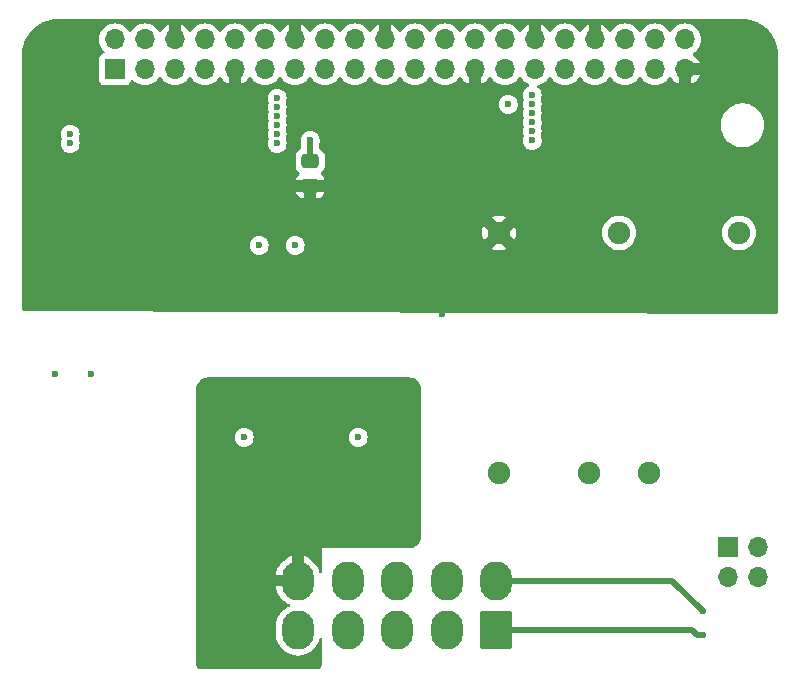
<source format=gbr>
%TF.GenerationSoftware,KiCad,Pcbnew,8.0.3-8.0.3-0~ubuntu23.10.1*%
%TF.CreationDate,2024-09-16T17:13:33+03:00*%
%TF.ProjectId,Raspberry Pi 5 shield,52617370-6265-4727-9279-205069203520,rev?*%
%TF.SameCoordinates,Original*%
%TF.FileFunction,Copper,L4,Bot*%
%TF.FilePolarity,Positive*%
%FSLAX46Y46*%
G04 Gerber Fmt 4.6, Leading zero omitted, Abs format (unit mm)*
G04 Created by KiCad (PCBNEW 8.0.3-8.0.3-0~ubuntu23.10.1) date 2024-09-16 17:13:33*
%MOMM*%
%LPD*%
G01*
G04 APERTURE LIST*
G04 Aperture macros list*
%AMRoundRect*
0 Rectangle with rounded corners*
0 $1 Rounding radius*
0 $2 $3 $4 $5 $6 $7 $8 $9 X,Y pos of 4 corners*
0 Add a 4 corners polygon primitive as box body*
4,1,4,$2,$3,$4,$5,$6,$7,$8,$9,$2,$3,0*
0 Add four circle primitives for the rounded corners*
1,1,$1+$1,$2,$3*
1,1,$1+$1,$4,$5*
1,1,$1+$1,$6,$7*
1,1,$1+$1,$8,$9*
0 Add four rect primitives between the rounded corners*
20,1,$1+$1,$2,$3,$4,$5,0*
20,1,$1+$1,$4,$5,$6,$7,0*
20,1,$1+$1,$6,$7,$8,$9,0*
20,1,$1+$1,$8,$9,$2,$3,0*%
G04 Aperture macros list end*
%TA.AperFunction,ComponentPad*%
%ADD10C,1.900000*%
%TD*%
%TA.AperFunction,ComponentPad*%
%ADD11RoundRect,0.250001X1.099999X1.399999X-1.099999X1.399999X-1.099999X-1.399999X1.099999X-1.399999X0*%
%TD*%
%TA.AperFunction,ComponentPad*%
%ADD12O,2.700000X3.300000*%
%TD*%
%TA.AperFunction,ComponentPad*%
%ADD13R,1.700000X1.700000*%
%TD*%
%TA.AperFunction,ComponentPad*%
%ADD14O,1.700000X1.700000*%
%TD*%
%TA.AperFunction,SMDPad,CuDef*%
%ADD15RoundRect,0.250000X-0.475000X0.337500X-0.475000X-0.337500X0.475000X-0.337500X0.475000X0.337500X0*%
%TD*%
%TA.AperFunction,ViaPad*%
%ADD16C,0.600000*%
%TD*%
%TA.AperFunction,Conductor*%
%ADD17C,0.500000*%
%TD*%
G04 APERTURE END LIST*
D10*
%TO.P,PS1,1,+VIN*%
%TO.N,+24V*%
X157734000Y-104976000D03*
%TO.P,PS1,2,-VIN*%
%TO.N,GNDPWR*%
X152654000Y-104976000D03*
%TO.P,PS1,3,+VOUT*%
%TO.N,+5V*%
X165354000Y-84656000D03*
%TO.P,PS1,4,TRIM*%
%TO.N,Net-(PS1-TRIM)*%
X155194000Y-84656000D03*
%TO.P,PS1,5,-VOUT*%
%TO.N,GND*%
X145034000Y-84656000D03*
%TO.P,PS1,6,R.C.*%
%TO.N,unconnected-(PS1-R.C.-Pad6)*%
X145034000Y-104976000D03*
%TD*%
D11*
%TO.P,J3,1,Pin_1*%
%TO.N,+24V*%
X144780000Y-118291000D03*
D12*
%TO.P,J3,2,Pin_2*%
%TO.N,unconnected-(J3-Pin_2-Pad2)*%
X140598000Y-118291000D03*
%TO.P,J3,3,Pin_3*%
%TO.N,unconnected-(J3-Pin_3-Pad3)*%
X136398000Y-118291000D03*
%TO.P,J3,4,Pin_4*%
%TO.N,unconnected-(J3-Pin_4-Pad4)*%
X132207000Y-118291000D03*
%TO.P,J3,5,Pin_5*%
%TO.N,unconnected-(J3-Pin_5-Pad5)*%
X127998000Y-118291000D03*
%TO.P,J3,6,Pin_6*%
%TO.N,GNDPWR*%
X144780000Y-114091000D03*
%TO.P,J3,7,Pin_7*%
%TO.N,unconnected-(J3-Pin_7-Pad7)*%
X140598000Y-114091000D03*
%TO.P,J3,8,Pin_8*%
%TO.N,CANH*%
X136398000Y-114091000D03*
%TO.P,J3,9,Pin_9*%
%TO.N,CANL*%
X132207000Y-114091000D03*
%TO.P,J3,10,Pin_10*%
%TO.N,GND_CAN*%
X127998000Y-114091000D03*
%TD*%
D13*
%TO.P,J2,1,Pin_1*%
%TO.N,unconnected-(J2-Pin_1-Pad1)*%
X164370000Y-111270000D03*
D14*
%TO.P,J2,2,Pin_2*%
%TO.N,unconnected-(J2-Pin_2-Pad2)*%
X166910000Y-111270000D03*
%TO.P,J2,3,Pin_3*%
%TO.N,unconnected-(J2-Pin_3-Pad3)*%
X164370000Y-113810000D03*
%TO.P,J2,4,Pin_4*%
%TO.N,unconnected-(J2-Pin_4-Pad4)*%
X166910000Y-113810000D03*
%TD*%
D13*
%TO.P,J1,1,Pin_1*%
%TO.N,+3.3V*%
X112510000Y-70810000D03*
D14*
%TO.P,J1,2,Pin_2*%
%TO.N,+5V*%
X112510000Y-68270000D03*
%TO.P,J1,3,Pin_3*%
%TO.N,unconnected-(J1-Pin_3-Pad3)*%
X115050000Y-70810000D03*
%TO.P,J1,4,Pin_4*%
%TO.N,+5V*%
X115050000Y-68270000D03*
%TO.P,J1,5,Pin_5*%
%TO.N,unconnected-(J1-Pin_5-Pad5)*%
X117590000Y-70810000D03*
%TO.P,J1,6,Pin_6*%
%TO.N,GND*%
X117590000Y-68270000D03*
%TO.P,J1,7,Pin_7*%
%TO.N,unconnected-(J1-Pin_7-Pad7)*%
X120130000Y-70810000D03*
%TO.P,J1,8,Pin_8*%
%TO.N,unconnected-(J1-Pin_8-Pad8)*%
X120130000Y-68270000D03*
%TO.P,J1,9,Pin_9*%
%TO.N,GND*%
X122670000Y-70810000D03*
%TO.P,J1,10,Pin_10*%
%TO.N,unconnected-(J1-Pin_10-Pad10)*%
X122670000Y-68270000D03*
%TO.P,J1,11,Pin_11*%
%TO.N,GPIO_17*%
X125210000Y-70810000D03*
%TO.P,J1,12,Pin_12*%
%TO.N,GPIO_18*%
X125210000Y-68270000D03*
%TO.P,J1,13,Pin_13*%
%TO.N,GPIO_27*%
X127750000Y-70810000D03*
%TO.P,J1,14,Pin_14*%
%TO.N,GND*%
X127750000Y-68270000D03*
%TO.P,J1,15,Pin_15*%
%TO.N,GPIO_22*%
X130290000Y-70810000D03*
%TO.P,J1,16,Pin_16*%
%TO.N,GPIO_23*%
X130290000Y-68270000D03*
%TO.P,J1,17,Pin_17*%
%TO.N,+3.3V*%
X132830000Y-70810000D03*
%TO.P,J1,18,Pin_18*%
%TO.N,GPIO_24*%
X132830000Y-68270000D03*
%TO.P,J1,19,Pin_19*%
%TO.N,SPI_MOSI*%
X135370000Y-70810000D03*
%TO.P,J1,20,Pin_20*%
%TO.N,GND*%
X135370000Y-68270000D03*
%TO.P,J1,21,Pin_21*%
%TO.N,SPI_MISO*%
X137910000Y-70810000D03*
%TO.P,J1,22,Pin_22*%
%TO.N,~{INT}*%
X137910000Y-68270000D03*
%TO.P,J1,23,Pin_23*%
%TO.N,SPI_SCLK*%
X140450000Y-70810000D03*
%TO.P,J1,24,Pin_24*%
%TO.N,CE0*%
X140450000Y-68270000D03*
%TO.P,J1,25,Pin_25*%
%TO.N,GND*%
X142990000Y-70810000D03*
%TO.P,J1,26,Pin_26*%
%TO.N,CE1*%
X142990000Y-68270000D03*
%TO.P,J1,27,Pin_27*%
%TO.N,unconnected-(J1-Pin_27-Pad27)*%
X145530000Y-70810000D03*
%TO.P,J1,28,Pin_28*%
%TO.N,unconnected-(J1-Pin_28-Pad28)*%
X145530000Y-68270000D03*
%TO.P,J1,29,Pin_29*%
%TO.N,GPIO_5*%
X148070000Y-70810000D03*
%TO.P,J1,30,Pin_30*%
%TO.N,GND*%
X148070000Y-68270000D03*
%TO.P,J1,31,Pin_31*%
%TO.N,GPIO_6*%
X150610000Y-70810000D03*
%TO.P,J1,32,Pin_32*%
%TO.N,GPIO_12*%
X150610000Y-68270000D03*
%TO.P,J1,33,Pin_33*%
%TO.N,GPIO_13*%
X153150000Y-70810000D03*
%TO.P,J1,34,Pin_34*%
%TO.N,GND*%
X153150000Y-68270000D03*
%TO.P,J1,35,Pin_35*%
%TO.N,GPIO_19*%
X155690000Y-70810000D03*
%TO.P,J1,36,Pin_36*%
%TO.N,GPIO_16*%
X155690000Y-68270000D03*
%TO.P,J1,37,Pin_37*%
%TO.N,GPIO_26*%
X158230000Y-70810000D03*
%TO.P,J1,38,Pin_38*%
%TO.N,GPIO_20*%
X158230000Y-68270000D03*
%TO.P,J1,39,Pin_39*%
%TO.N,GND*%
X160770000Y-70810000D03*
%TO.P,J1,40,Pin_40*%
%TO.N,GPIO_21*%
X160770000Y-68270000D03*
%TD*%
D15*
%TO.P,C11,1*%
%TO.N,+3.3V*%
X129032000Y-78584500D03*
%TO.P,C11,2*%
%TO.N,GND*%
X129032000Y-80659500D03*
%TD*%
D16*
%TO.N,GNDPWR*%
X162306000Y-116706000D03*
%TO.N,Net-(D1-Visoin)*%
X133096000Y-101974000D03*
X123444000Y-101974000D03*
%TO.N,+5V*%
X124714000Y-85718000D03*
X126238000Y-76320000D03*
X126238000Y-74796000D03*
X108712000Y-76320000D03*
X147828000Y-75304000D03*
X147828000Y-73018000D03*
X147828000Y-76066000D03*
X126238000Y-73272000D03*
X108712000Y-77082000D03*
X147828000Y-73780000D03*
X147828000Y-74542000D03*
X107442000Y-96640000D03*
X147828000Y-76828000D03*
X126238000Y-75558000D03*
X126238000Y-74034000D03*
X126238000Y-77082000D03*
%TO.N,+3.3V*%
X127762000Y-85718000D03*
X145796000Y-73780000D03*
X129032000Y-76828000D03*
X110490000Y-96640000D03*
%TO.N,GND*%
X122174000Y-80892000D03*
X110998000Y-80892000D03*
X139192000Y-85972000D03*
X135890000Y-86734000D03*
X140208000Y-91560000D03*
X123952000Y-83432000D03*
X110998000Y-85972000D03*
X147828000Y-79876000D03*
X112776000Y-83432000D03*
X120396000Y-83432000D03*
X140970000Y-79876000D03*
X109220000Y-83432000D03*
%TO.N,GND_CAN*%
X133096000Y-106038000D03*
X136144000Y-100704000D03*
X120396000Y-100704000D03*
X124460000Y-106038000D03*
%TO.N,+24V*%
X162306000Y-118738000D03*
%TD*%
D17*
%TO.N,GNDPWR*%
X162306000Y-116706000D02*
X159691000Y-114091000D01*
X159691000Y-114091000D02*
X144780000Y-114091000D01*
%TO.N,+3.3V*%
X129032000Y-78584500D02*
X129032000Y-76828000D01*
%TO.N,+24V*%
X162306000Y-118738000D02*
X161798000Y-118738000D01*
X161798000Y-118738000D02*
X161351000Y-118291000D01*
X161351000Y-118291000D02*
X144780000Y-118291000D01*
%TD*%
%TA.AperFunction,Conductor*%
%TO.N,GND*%
G36*
X122477007Y-70344075D02*
G01*
X122362993Y-70409901D01*
X122269901Y-70502993D01*
X122204075Y-70617007D01*
X122170000Y-70744174D01*
X122170000Y-70434000D01*
X122189685Y-70366961D01*
X122242489Y-70321206D01*
X122294000Y-70310000D01*
X122604174Y-70310000D01*
X122477007Y-70344075D01*
G37*
%TD.AperFunction*%
%TA.AperFunction,Conductor*%
G36*
X123113039Y-70329685D02*
G01*
X123158794Y-70382489D01*
X123170000Y-70434000D01*
X123170000Y-70744174D01*
X123135925Y-70617007D01*
X123070099Y-70502993D01*
X122977007Y-70409901D01*
X122862993Y-70344075D01*
X122735826Y-70310000D01*
X123046000Y-70310000D01*
X123113039Y-70329685D01*
G37*
%TD.AperFunction*%
%TA.AperFunction,Conductor*%
G36*
X142797007Y-70344075D02*
G01*
X142682993Y-70409901D01*
X142589901Y-70502993D01*
X142524075Y-70617007D01*
X142490000Y-70744174D01*
X142490000Y-70434000D01*
X142509685Y-70366961D01*
X142562489Y-70321206D01*
X142614000Y-70310000D01*
X142924174Y-70310000D01*
X142797007Y-70344075D01*
G37*
%TD.AperFunction*%
%TA.AperFunction,Conductor*%
G36*
X143433039Y-70329685D02*
G01*
X143478794Y-70382489D01*
X143490000Y-70434000D01*
X143490000Y-70744174D01*
X143455925Y-70617007D01*
X143390099Y-70502993D01*
X143297007Y-70409901D01*
X143182993Y-70344075D01*
X143055826Y-70310000D01*
X143366000Y-70310000D01*
X143433039Y-70329685D01*
G37*
%TD.AperFunction*%
%TA.AperFunction,Conductor*%
G36*
X160577007Y-70344075D02*
G01*
X160462993Y-70409901D01*
X160369901Y-70502993D01*
X160304075Y-70617007D01*
X160270000Y-70744174D01*
X160270000Y-70434000D01*
X160289685Y-70366961D01*
X160342489Y-70321206D01*
X160394000Y-70310000D01*
X160704174Y-70310000D01*
X160577007Y-70344075D01*
G37*
%TD.AperFunction*%
%TA.AperFunction,Conductor*%
G36*
X117124075Y-68462993D02*
G01*
X117189901Y-68577007D01*
X117282993Y-68670099D01*
X117397007Y-68735925D01*
X117524174Y-68770000D01*
X117214000Y-68770000D01*
X117146961Y-68750315D01*
X117101206Y-68697511D01*
X117090000Y-68646000D01*
X117090000Y-68335826D01*
X117124075Y-68462993D01*
G37*
%TD.AperFunction*%
%TA.AperFunction,Conductor*%
G36*
X118090000Y-68646000D02*
G01*
X118070315Y-68713039D01*
X118017511Y-68758794D01*
X117966000Y-68770000D01*
X117655826Y-68770000D01*
X117782993Y-68735925D01*
X117897007Y-68670099D01*
X117990099Y-68577007D01*
X118055925Y-68462993D01*
X118090000Y-68335826D01*
X118090000Y-68646000D01*
G37*
%TD.AperFunction*%
%TA.AperFunction,Conductor*%
G36*
X127284075Y-68462993D02*
G01*
X127349901Y-68577007D01*
X127442993Y-68670099D01*
X127557007Y-68735925D01*
X127684174Y-68770000D01*
X127374000Y-68770000D01*
X127306961Y-68750315D01*
X127261206Y-68697511D01*
X127250000Y-68646000D01*
X127250000Y-68335826D01*
X127284075Y-68462993D01*
G37*
%TD.AperFunction*%
%TA.AperFunction,Conductor*%
G36*
X128250000Y-68646000D02*
G01*
X128230315Y-68713039D01*
X128177511Y-68758794D01*
X128126000Y-68770000D01*
X127815826Y-68770000D01*
X127942993Y-68735925D01*
X128057007Y-68670099D01*
X128150099Y-68577007D01*
X128215925Y-68462993D01*
X128250000Y-68335826D01*
X128250000Y-68646000D01*
G37*
%TD.AperFunction*%
%TA.AperFunction,Conductor*%
G36*
X134904075Y-68462993D02*
G01*
X134969901Y-68577007D01*
X135062993Y-68670099D01*
X135177007Y-68735925D01*
X135304174Y-68770000D01*
X134994000Y-68770000D01*
X134926961Y-68750315D01*
X134881206Y-68697511D01*
X134870000Y-68646000D01*
X134870000Y-68335826D01*
X134904075Y-68462993D01*
G37*
%TD.AperFunction*%
%TA.AperFunction,Conductor*%
G36*
X135870000Y-68646000D02*
G01*
X135850315Y-68713039D01*
X135797511Y-68758794D01*
X135746000Y-68770000D01*
X135435826Y-68770000D01*
X135562993Y-68735925D01*
X135677007Y-68670099D01*
X135770099Y-68577007D01*
X135835925Y-68462993D01*
X135870000Y-68335826D01*
X135870000Y-68646000D01*
G37*
%TD.AperFunction*%
%TA.AperFunction,Conductor*%
G36*
X147604075Y-68462993D02*
G01*
X147669901Y-68577007D01*
X147762993Y-68670099D01*
X147877007Y-68735925D01*
X148004174Y-68770000D01*
X147694000Y-68770000D01*
X147626961Y-68750315D01*
X147581206Y-68697511D01*
X147570000Y-68646000D01*
X147570000Y-68335826D01*
X147604075Y-68462993D01*
G37*
%TD.AperFunction*%
%TA.AperFunction,Conductor*%
G36*
X148570000Y-68646000D02*
G01*
X148550315Y-68713039D01*
X148497511Y-68758794D01*
X148446000Y-68770000D01*
X148135826Y-68770000D01*
X148262993Y-68735925D01*
X148377007Y-68670099D01*
X148470099Y-68577007D01*
X148535925Y-68462993D01*
X148570000Y-68335826D01*
X148570000Y-68646000D01*
G37*
%TD.AperFunction*%
%TA.AperFunction,Conductor*%
G36*
X152684075Y-68462993D02*
G01*
X152749901Y-68577007D01*
X152842993Y-68670099D01*
X152957007Y-68735925D01*
X153084174Y-68770000D01*
X152774000Y-68770000D01*
X152706961Y-68750315D01*
X152661206Y-68697511D01*
X152650000Y-68646000D01*
X152650000Y-68335826D01*
X152684075Y-68462993D01*
G37*
%TD.AperFunction*%
%TA.AperFunction,Conductor*%
G36*
X153650000Y-68646000D02*
G01*
X153630315Y-68713039D01*
X153577511Y-68758794D01*
X153526000Y-68770000D01*
X153215826Y-68770000D01*
X153342993Y-68735925D01*
X153457007Y-68670099D01*
X153550099Y-68577007D01*
X153615925Y-68462993D01*
X153650000Y-68335826D01*
X153650000Y-68646000D01*
G37*
%TD.AperFunction*%
%TA.AperFunction,Conductor*%
G36*
X165653806Y-66528623D02*
G01*
X165957267Y-66545503D01*
X165970088Y-66546889D01*
X166267193Y-66594783D01*
X166279808Y-66597499D01*
X166570301Y-66676049D01*
X166582559Y-66680060D01*
X166835371Y-66777637D01*
X166863296Y-66788416D01*
X166875093Y-66793691D01*
X167143022Y-66930672D01*
X167154203Y-66937145D01*
X167398944Y-67096400D01*
X167406415Y-67101261D01*
X167416862Y-67108862D01*
X167568166Y-67231501D01*
X167650633Y-67298344D01*
X167660234Y-67306993D01*
X167873007Y-67519766D01*
X167881656Y-67529367D01*
X168071132Y-67763131D01*
X168078733Y-67773578D01*
X168168521Y-67911562D01*
X168242859Y-68025802D01*
X168249332Y-68036985D01*
X168255504Y-68049058D01*
X168386307Y-68304904D01*
X168391582Y-68316700D01*
X168499934Y-68597427D01*
X168503953Y-68609709D01*
X168582500Y-68900187D01*
X168585219Y-68912820D01*
X168633109Y-69209897D01*
X168634498Y-69222745D01*
X168651377Y-69526200D01*
X168651568Y-69533087D01*
X168651568Y-91343010D01*
X168631883Y-91410049D01*
X168585728Y-91452525D01*
X168542852Y-91475295D01*
X168520310Y-91484554D01*
X168355536Y-91533967D01*
X168331620Y-91538640D01*
X168154236Y-91555455D01*
X168142050Y-91556007D01*
X105290069Y-91310491D01*
X105142170Y-91309913D01*
X105130057Y-91309273D01*
X105058197Y-91301930D01*
X104953677Y-91291249D01*
X104929912Y-91286437D01*
X104766259Y-91236226D01*
X104743882Y-91226880D01*
X104700444Y-91203511D01*
X104650732Y-91154414D01*
X104635193Y-91094283D01*
X104636516Y-85717996D01*
X123908435Y-85717996D01*
X123908435Y-85718003D01*
X123928630Y-85897249D01*
X123928631Y-85897254D01*
X123988211Y-86067523D01*
X124084184Y-86220262D01*
X124211738Y-86347816D01*
X124364478Y-86443789D01*
X124534745Y-86503368D01*
X124534750Y-86503369D01*
X124713996Y-86523565D01*
X124714000Y-86523565D01*
X124714004Y-86523565D01*
X124893249Y-86503369D01*
X124893252Y-86503368D01*
X124893255Y-86503368D01*
X125063522Y-86443789D01*
X125216262Y-86347816D01*
X125343816Y-86220262D01*
X125439789Y-86067522D01*
X125499368Y-85897255D01*
X125501935Y-85874472D01*
X125519565Y-85718003D01*
X125519565Y-85717996D01*
X126956435Y-85717996D01*
X126956435Y-85718003D01*
X126976630Y-85897249D01*
X126976631Y-85897254D01*
X127036211Y-86067523D01*
X127132184Y-86220262D01*
X127259738Y-86347816D01*
X127412478Y-86443789D01*
X127582745Y-86503368D01*
X127582750Y-86503369D01*
X127761996Y-86523565D01*
X127762000Y-86523565D01*
X127762004Y-86523565D01*
X127941249Y-86503369D01*
X127941252Y-86503368D01*
X127941255Y-86503368D01*
X128111522Y-86443789D01*
X128264262Y-86347816D01*
X128391816Y-86220262D01*
X128487789Y-86067522D01*
X128520489Y-85974072D01*
X144423032Y-85974072D01*
X144423033Y-85974073D01*
X144449541Y-85988420D01*
X144449548Y-85988423D01*
X144676823Y-86066446D01*
X144913851Y-86106000D01*
X145154149Y-86106000D01*
X145391176Y-86066446D01*
X145618443Y-85988426D01*
X145618456Y-85988420D01*
X145644965Y-85974073D01*
X145644965Y-85974072D01*
X145034001Y-85363107D01*
X145034000Y-85363107D01*
X144423032Y-85974072D01*
X128520489Y-85974072D01*
X128547368Y-85897255D01*
X128549935Y-85874472D01*
X128567565Y-85718003D01*
X128567565Y-85717996D01*
X128547369Y-85538750D01*
X128547368Y-85538745D01*
X128487788Y-85368476D01*
X128422822Y-85265084D01*
X128391816Y-85215738D01*
X128264262Y-85088184D01*
X128235881Y-85070351D01*
X128111523Y-84992211D01*
X127941254Y-84932631D01*
X127941249Y-84932630D01*
X127762004Y-84912435D01*
X127761996Y-84912435D01*
X127582750Y-84932630D01*
X127582745Y-84932631D01*
X127412476Y-84992211D01*
X127259737Y-85088184D01*
X127132184Y-85215737D01*
X127036211Y-85368476D01*
X126976631Y-85538745D01*
X126976630Y-85538750D01*
X126956435Y-85717996D01*
X125519565Y-85717996D01*
X125499369Y-85538750D01*
X125499368Y-85538745D01*
X125439788Y-85368476D01*
X125374822Y-85265084D01*
X125343816Y-85215738D01*
X125216262Y-85088184D01*
X125187881Y-85070351D01*
X125063523Y-84992211D01*
X124893254Y-84932631D01*
X124893249Y-84932630D01*
X124714004Y-84912435D01*
X124713996Y-84912435D01*
X124534750Y-84932630D01*
X124534745Y-84932631D01*
X124364476Y-84992211D01*
X124211737Y-85088184D01*
X124084184Y-85215737D01*
X123988211Y-85368476D01*
X123928631Y-85538745D01*
X123928630Y-85538750D01*
X123908435Y-85717996D01*
X104636516Y-85717996D01*
X104636777Y-84655994D01*
X143579031Y-84655994D01*
X143579031Y-84656005D01*
X143598874Y-84895476D01*
X143657865Y-85128428D01*
X143717807Y-85265084D01*
X143717808Y-85265084D01*
X144326893Y-84656000D01*
X144326893Y-84655999D01*
X144262875Y-84591981D01*
X144384000Y-84591981D01*
X144384000Y-84720019D01*
X144408979Y-84845598D01*
X144457978Y-84963890D01*
X144529112Y-85070351D01*
X144619649Y-85160888D01*
X144726110Y-85232022D01*
X144844402Y-85281021D01*
X144969981Y-85306000D01*
X145098019Y-85306000D01*
X145223598Y-85281021D01*
X145341890Y-85232022D01*
X145448351Y-85160888D01*
X145538888Y-85070351D01*
X145610022Y-84963890D01*
X145659021Y-84845598D01*
X145684000Y-84720019D01*
X145684000Y-84655999D01*
X145741107Y-84655999D01*
X145741107Y-84656001D01*
X146350190Y-85265084D01*
X146350191Y-85265083D01*
X146410134Y-85128431D01*
X146469125Y-84895476D01*
X146488969Y-84656005D01*
X146488969Y-84655994D01*
X153738529Y-84655994D01*
X153738529Y-84656005D01*
X153758379Y-84895559D01*
X153817389Y-85128589D01*
X153913951Y-85348729D01*
X153926854Y-85368478D01*
X154045429Y-85549969D01*
X154208236Y-85726825D01*
X154208239Y-85726827D01*
X154208242Y-85726830D01*
X154397924Y-85874466D01*
X154397930Y-85874470D01*
X154397933Y-85874472D01*
X154571399Y-85968347D01*
X154581977Y-85974072D01*
X154609344Y-85988882D01*
X154609347Y-85988883D01*
X154836699Y-86066933D01*
X154836701Y-86066933D01*
X154836703Y-86066934D01*
X155073808Y-86106500D01*
X155073809Y-86106500D01*
X155314191Y-86106500D01*
X155314192Y-86106500D01*
X155551297Y-86066934D01*
X155778656Y-85988882D01*
X155990067Y-85874472D01*
X156179764Y-85726825D01*
X156342571Y-85549969D01*
X156474049Y-85348728D01*
X156570610Y-85128591D01*
X156629620Y-84895563D01*
X156649471Y-84656000D01*
X156649471Y-84655994D01*
X163898529Y-84655994D01*
X163898529Y-84656005D01*
X163918379Y-84895559D01*
X163977389Y-85128589D01*
X164073951Y-85348729D01*
X164086854Y-85368478D01*
X164205429Y-85549969D01*
X164368236Y-85726825D01*
X164368239Y-85726827D01*
X164368242Y-85726830D01*
X164557924Y-85874466D01*
X164557930Y-85874470D01*
X164557933Y-85874472D01*
X164731399Y-85968347D01*
X164741977Y-85974072D01*
X164769344Y-85988882D01*
X164769347Y-85988883D01*
X164996699Y-86066933D01*
X164996701Y-86066933D01*
X164996703Y-86066934D01*
X165233808Y-86106500D01*
X165233809Y-86106500D01*
X165474191Y-86106500D01*
X165474192Y-86106500D01*
X165711297Y-86066934D01*
X165938656Y-85988882D01*
X166150067Y-85874472D01*
X166339764Y-85726825D01*
X166502571Y-85549969D01*
X166634049Y-85348728D01*
X166730610Y-85128591D01*
X166789620Y-84895563D01*
X166809471Y-84656000D01*
X166789620Y-84416437D01*
X166730610Y-84183409D01*
X166634049Y-83963272D01*
X166502571Y-83762031D01*
X166339764Y-83585175D01*
X166339759Y-83585171D01*
X166339757Y-83585169D01*
X166150075Y-83437533D01*
X166150069Y-83437529D01*
X165938657Y-83323118D01*
X165938652Y-83323116D01*
X165711300Y-83245066D01*
X165533468Y-83215391D01*
X165474192Y-83205500D01*
X165233808Y-83205500D01*
X165186387Y-83213413D01*
X164996699Y-83245066D01*
X164769347Y-83323116D01*
X164769342Y-83323118D01*
X164557930Y-83437529D01*
X164557924Y-83437533D01*
X164368242Y-83585169D01*
X164368239Y-83585172D01*
X164205430Y-83762029D01*
X164205427Y-83762033D01*
X164073951Y-83963270D01*
X163977389Y-84183410D01*
X163918379Y-84416440D01*
X163898529Y-84655994D01*
X156649471Y-84655994D01*
X156629620Y-84416437D01*
X156570610Y-84183409D01*
X156474049Y-83963272D01*
X156342571Y-83762031D01*
X156179764Y-83585175D01*
X156179759Y-83585171D01*
X156179757Y-83585169D01*
X155990075Y-83437533D01*
X155990069Y-83437529D01*
X155778657Y-83323118D01*
X155778652Y-83323116D01*
X155551300Y-83245066D01*
X155373468Y-83215391D01*
X155314192Y-83205500D01*
X155073808Y-83205500D01*
X155026387Y-83213413D01*
X154836699Y-83245066D01*
X154609347Y-83323116D01*
X154609342Y-83323118D01*
X154397930Y-83437529D01*
X154397924Y-83437533D01*
X154208242Y-83585169D01*
X154208239Y-83585172D01*
X154045430Y-83762029D01*
X154045427Y-83762033D01*
X153913951Y-83963270D01*
X153817389Y-84183410D01*
X153758379Y-84416440D01*
X153738529Y-84655994D01*
X146488969Y-84655994D01*
X146469125Y-84416523D01*
X146410135Y-84183574D01*
X146350190Y-84046914D01*
X145741107Y-84655999D01*
X145684000Y-84655999D01*
X145684000Y-84591981D01*
X145659021Y-84466402D01*
X145610022Y-84348110D01*
X145538888Y-84241649D01*
X145448351Y-84151112D01*
X145341890Y-84079978D01*
X145223598Y-84030979D01*
X145098019Y-84006000D01*
X144969981Y-84006000D01*
X144844402Y-84030979D01*
X144726110Y-84079978D01*
X144619649Y-84151112D01*
X144529112Y-84241649D01*
X144457978Y-84348110D01*
X144408979Y-84466402D01*
X144384000Y-84591981D01*
X144262875Y-84591981D01*
X143717807Y-84046914D01*
X143657864Y-84183573D01*
X143598874Y-84416523D01*
X143579031Y-84655994D01*
X104636777Y-84655994D01*
X104637102Y-83337925D01*
X144423033Y-83337925D01*
X144423033Y-83337926D01*
X145034000Y-83948893D01*
X145034001Y-83948893D01*
X145644965Y-83337926D01*
X145618450Y-83323576D01*
X145391176Y-83245553D01*
X145154149Y-83206000D01*
X144913851Y-83206000D01*
X144676823Y-83245553D01*
X144449550Y-83323576D01*
X144449539Y-83323581D01*
X144423033Y-83337925D01*
X104637102Y-83337925D01*
X104637638Y-81159500D01*
X127820743Y-81159500D01*
X127872641Y-81316119D01*
X127872643Y-81316124D01*
X127964684Y-81465345D01*
X128088654Y-81589315D01*
X128237875Y-81681356D01*
X128237880Y-81681358D01*
X128404302Y-81736505D01*
X128404309Y-81736506D01*
X128507019Y-81746999D01*
X129532000Y-81746999D01*
X129556972Y-81746999D01*
X129556986Y-81746998D01*
X129659697Y-81736505D01*
X129826119Y-81681358D01*
X129826124Y-81681356D01*
X129975345Y-81589315D01*
X130099315Y-81465345D01*
X130191356Y-81316124D01*
X130191358Y-81316119D01*
X130243257Y-81159500D01*
X129532000Y-81159500D01*
X129532000Y-81746999D01*
X128507019Y-81746999D01*
X128532000Y-81746998D01*
X128532000Y-81159500D01*
X127820743Y-81159500D01*
X104637638Y-81159500D01*
X104638368Y-78196983D01*
X127806500Y-78196983D01*
X127806500Y-78972001D01*
X127806501Y-78972019D01*
X127817000Y-79074796D01*
X127817001Y-79074799D01*
X127872185Y-79241331D01*
X127872186Y-79241334D01*
X127964288Y-79390656D01*
X128088344Y-79514712D01*
X128091628Y-79516737D01*
X128091653Y-79516753D01*
X128093445Y-79518746D01*
X128094011Y-79519193D01*
X128093934Y-79519289D01*
X128138379Y-79568699D01*
X128149603Y-79637661D01*
X128121761Y-79701744D01*
X128091665Y-79727826D01*
X128088660Y-79729679D01*
X128088655Y-79729683D01*
X127964684Y-79853654D01*
X127872643Y-80002875D01*
X127872641Y-80002880D01*
X127820743Y-80159500D01*
X130243256Y-80159500D01*
X130191358Y-80002880D01*
X130191356Y-80002875D01*
X130099315Y-79853654D01*
X129975344Y-79729683D01*
X129975341Y-79729681D01*
X129972339Y-79727829D01*
X129970713Y-79726021D01*
X129969677Y-79725202D01*
X129969817Y-79725024D01*
X129925617Y-79675880D01*
X129914397Y-79606917D01*
X129942243Y-79542836D01*
X129972344Y-79516754D01*
X129975656Y-79514712D01*
X130099712Y-79390656D01*
X130191814Y-79241334D01*
X130246999Y-79074797D01*
X130257500Y-78972009D01*
X130257499Y-78196992D01*
X130246999Y-78094203D01*
X130191814Y-77927666D01*
X130099712Y-77778344D01*
X129975656Y-77654288D01*
X129841402Y-77571480D01*
X129794679Y-77519533D01*
X129782500Y-77465942D01*
X129782500Y-77127972D01*
X129789458Y-77087017D01*
X129817368Y-77007255D01*
X129825592Y-76934265D01*
X129837565Y-76828003D01*
X129837565Y-76827996D01*
X129817369Y-76648750D01*
X129817368Y-76648745D01*
X129789915Y-76570289D01*
X129757789Y-76478478D01*
X129756121Y-76475824D01*
X129712276Y-76406045D01*
X129661816Y-76325738D01*
X129534262Y-76198184D01*
X129381523Y-76102211D01*
X129211254Y-76042631D01*
X129211249Y-76042630D01*
X129032004Y-76022435D01*
X129031996Y-76022435D01*
X128852750Y-76042630D01*
X128852745Y-76042631D01*
X128682476Y-76102211D01*
X128529737Y-76198184D01*
X128402184Y-76325737D01*
X128306211Y-76478476D01*
X128246631Y-76648745D01*
X128246630Y-76648750D01*
X128226435Y-76827996D01*
X128226435Y-76828003D01*
X128246630Y-77007249D01*
X128246631Y-77007254D01*
X128274542Y-77087017D01*
X128281500Y-77127972D01*
X128281500Y-77465942D01*
X128261815Y-77532981D01*
X128222598Y-77571479D01*
X128201875Y-77584262D01*
X128088342Y-77654289D01*
X127964289Y-77778342D01*
X127872187Y-77927663D01*
X127872186Y-77927666D01*
X127817001Y-78094203D01*
X127817001Y-78094204D01*
X127817000Y-78094204D01*
X127806500Y-78196983D01*
X104638368Y-78196983D01*
X104638830Y-76319996D01*
X107906435Y-76319996D01*
X107906435Y-76320003D01*
X107926630Y-76499249D01*
X107926633Y-76499262D01*
X107982894Y-76660045D01*
X107986456Y-76729824D01*
X107982894Y-76741955D01*
X107926633Y-76902737D01*
X107926630Y-76902750D01*
X107906435Y-77081996D01*
X107906435Y-77082003D01*
X107926630Y-77261249D01*
X107926631Y-77261254D01*
X107986211Y-77431523D01*
X108068313Y-77562186D01*
X108082184Y-77584262D01*
X108209738Y-77711816D01*
X108300080Y-77768582D01*
X108315616Y-77778344D01*
X108362478Y-77807789D01*
X108532745Y-77867368D01*
X108532750Y-77867369D01*
X108711996Y-77887565D01*
X108712000Y-77887565D01*
X108712004Y-77887565D01*
X108891249Y-77867369D01*
X108891252Y-77867368D01*
X108891255Y-77867368D01*
X109061522Y-77807789D01*
X109214262Y-77711816D01*
X109341816Y-77584262D01*
X109437789Y-77431522D01*
X109497368Y-77261255D01*
X109497369Y-77261249D01*
X109517565Y-77082003D01*
X109517565Y-77081996D01*
X109497369Y-76902750D01*
X109497366Y-76902737D01*
X109441106Y-76741955D01*
X109437544Y-76672176D01*
X109441106Y-76660045D01*
X109497366Y-76499262D01*
X109497369Y-76499249D01*
X109517565Y-76320003D01*
X109517565Y-76319996D01*
X109497369Y-76140750D01*
X109497368Y-76140745D01*
X109471215Y-76066003D01*
X109437789Y-75970478D01*
X109436121Y-75967824D01*
X109341815Y-75817737D01*
X109214262Y-75690184D01*
X109061523Y-75594211D01*
X108891254Y-75534631D01*
X108891249Y-75534630D01*
X108712004Y-75514435D01*
X108711996Y-75514435D01*
X108532750Y-75534630D01*
X108532745Y-75534631D01*
X108362476Y-75594211D01*
X108209737Y-75690184D01*
X108082184Y-75817737D01*
X107986211Y-75970476D01*
X107926631Y-76140745D01*
X107926630Y-76140750D01*
X107906435Y-76319996D01*
X104638830Y-76319996D01*
X104639580Y-73271996D01*
X125432435Y-73271996D01*
X125432435Y-73272003D01*
X125452630Y-73451249D01*
X125452633Y-73451262D01*
X125508894Y-73612045D01*
X125512456Y-73681824D01*
X125508894Y-73693955D01*
X125452633Y-73854737D01*
X125452630Y-73854750D01*
X125432435Y-74033996D01*
X125432435Y-74034003D01*
X125452630Y-74213249D01*
X125452633Y-74213262D01*
X125508894Y-74374045D01*
X125512456Y-74443824D01*
X125508894Y-74455955D01*
X125452633Y-74616737D01*
X125452630Y-74616750D01*
X125432435Y-74795996D01*
X125432435Y-74796003D01*
X125452630Y-74975249D01*
X125452633Y-74975262D01*
X125508894Y-75136045D01*
X125512456Y-75205824D01*
X125508894Y-75217955D01*
X125452633Y-75378737D01*
X125452630Y-75378750D01*
X125432435Y-75557996D01*
X125432435Y-75558003D01*
X125452630Y-75737249D01*
X125452633Y-75737262D01*
X125508894Y-75898045D01*
X125512456Y-75967824D01*
X125508894Y-75979955D01*
X125452633Y-76140737D01*
X125452630Y-76140750D01*
X125432435Y-76319996D01*
X125432435Y-76320003D01*
X125452630Y-76499249D01*
X125452633Y-76499262D01*
X125508894Y-76660045D01*
X125512456Y-76729824D01*
X125508894Y-76741955D01*
X125452633Y-76902737D01*
X125452630Y-76902750D01*
X125432435Y-77081996D01*
X125432435Y-77082003D01*
X125452630Y-77261249D01*
X125452631Y-77261254D01*
X125512211Y-77431523D01*
X125594313Y-77562186D01*
X125608184Y-77584262D01*
X125735738Y-77711816D01*
X125826080Y-77768582D01*
X125841616Y-77778344D01*
X125888478Y-77807789D01*
X126058745Y-77867368D01*
X126058750Y-77867369D01*
X126237996Y-77887565D01*
X126238000Y-77887565D01*
X126238004Y-77887565D01*
X126417249Y-77867369D01*
X126417252Y-77867368D01*
X126417255Y-77867368D01*
X126587522Y-77807789D01*
X126740262Y-77711816D01*
X126867816Y-77584262D01*
X126963789Y-77431522D01*
X127023368Y-77261255D01*
X127023369Y-77261249D01*
X127043565Y-77082003D01*
X127043565Y-77081996D01*
X127023369Y-76902750D01*
X127023366Y-76902737D01*
X126967106Y-76741955D01*
X126963544Y-76672176D01*
X126967106Y-76660045D01*
X127023366Y-76499262D01*
X127023369Y-76499249D01*
X127043565Y-76320003D01*
X127043565Y-76319996D01*
X127023369Y-76140750D01*
X127023366Y-76140737D01*
X126967106Y-75979955D01*
X126963544Y-75910176D01*
X126967106Y-75898045D01*
X127023366Y-75737262D01*
X127023369Y-75737249D01*
X127043565Y-75558003D01*
X127043565Y-75557996D01*
X127023369Y-75378750D01*
X127023366Y-75378737D01*
X126967106Y-75217955D01*
X126963544Y-75148176D01*
X126967106Y-75136045D01*
X127023366Y-74975262D01*
X127023369Y-74975249D01*
X127043565Y-74796003D01*
X127043565Y-74795996D01*
X127023369Y-74616750D01*
X127023366Y-74616737D01*
X126967106Y-74455955D01*
X126963544Y-74386176D01*
X126967106Y-74374045D01*
X127023366Y-74213262D01*
X127023369Y-74213249D01*
X127043565Y-74034003D01*
X127043565Y-74033996D01*
X127023369Y-73854750D01*
X127023366Y-73854737D01*
X126997213Y-73779996D01*
X144990435Y-73779996D01*
X144990435Y-73780003D01*
X145010630Y-73959249D01*
X145010631Y-73959254D01*
X145070211Y-74129523D01*
X145122820Y-74213249D01*
X145166184Y-74282262D01*
X145293738Y-74409816D01*
X145446478Y-74505789D01*
X145549952Y-74541996D01*
X145616745Y-74565368D01*
X145616750Y-74565369D01*
X145795996Y-74585565D01*
X145796000Y-74585565D01*
X145796004Y-74585565D01*
X145975249Y-74565369D01*
X145975252Y-74565368D01*
X145975255Y-74565368D01*
X146145522Y-74505789D01*
X146298262Y-74409816D01*
X146425816Y-74282262D01*
X146521789Y-74129522D01*
X146581368Y-73959255D01*
X146590661Y-73876776D01*
X146601565Y-73780003D01*
X146601565Y-73779996D01*
X146581369Y-73600750D01*
X146581368Y-73600745D01*
X146581365Y-73600737D01*
X146521789Y-73430478D01*
X146520121Y-73427824D01*
X146425815Y-73277737D01*
X146298262Y-73150184D01*
X146145523Y-73054211D01*
X145975254Y-72994631D01*
X145975249Y-72994630D01*
X145796004Y-72974435D01*
X145795996Y-72974435D01*
X145616750Y-72994630D01*
X145616745Y-72994631D01*
X145446476Y-73054211D01*
X145293737Y-73150184D01*
X145166184Y-73277737D01*
X145070211Y-73430476D01*
X145010631Y-73600745D01*
X145010630Y-73600750D01*
X144990435Y-73779996D01*
X126997213Y-73779996D01*
X126967106Y-73693955D01*
X126963544Y-73624176D01*
X126967106Y-73612045D01*
X127023366Y-73451262D01*
X127023369Y-73451249D01*
X127043565Y-73272003D01*
X127043565Y-73271996D01*
X127023369Y-73092750D01*
X127023368Y-73092745D01*
X126997215Y-73018003D01*
X126963789Y-72922478D01*
X126867816Y-72769738D01*
X126740262Y-72642184D01*
X126587523Y-72546211D01*
X126417254Y-72486631D01*
X126417249Y-72486630D01*
X126238004Y-72466435D01*
X126237996Y-72466435D01*
X126058750Y-72486630D01*
X126058745Y-72486631D01*
X125888476Y-72546211D01*
X125735737Y-72642184D01*
X125608184Y-72769737D01*
X125512211Y-72922476D01*
X125452631Y-73092745D01*
X125452630Y-73092750D01*
X125432435Y-73271996D01*
X104639580Y-73271996D01*
X104640498Y-69545131D01*
X104640689Y-69538280D01*
X104640811Y-69536097D01*
X104657572Y-69234804D01*
X104658962Y-69221961D01*
X104671949Y-69141401D01*
X104706854Y-68924883D01*
X104709563Y-68912289D01*
X104788124Y-68621769D01*
X104792136Y-68609510D01*
X104900496Y-68328764D01*
X104905758Y-68316995D01*
X104929785Y-68269999D01*
X111154341Y-68269999D01*
X111154341Y-68270000D01*
X111174936Y-68505403D01*
X111174938Y-68505413D01*
X111236094Y-68733655D01*
X111236096Y-68733659D01*
X111236097Y-68733663D01*
X111315801Y-68904588D01*
X111335965Y-68947830D01*
X111335967Y-68947834D01*
X111444281Y-69102521D01*
X111471504Y-69141400D01*
X111471506Y-69141402D01*
X111593430Y-69263326D01*
X111626915Y-69324649D01*
X111621931Y-69394341D01*
X111580059Y-69450274D01*
X111549083Y-69467189D01*
X111417669Y-69516203D01*
X111417664Y-69516206D01*
X111302455Y-69602452D01*
X111302452Y-69602455D01*
X111216206Y-69717664D01*
X111216202Y-69717671D01*
X111165908Y-69852517D01*
X111159501Y-69912116D01*
X111159500Y-69912135D01*
X111159500Y-71707870D01*
X111159501Y-71707876D01*
X111165908Y-71767483D01*
X111216202Y-71902328D01*
X111216206Y-71902335D01*
X111302452Y-72017544D01*
X111302455Y-72017547D01*
X111417664Y-72103793D01*
X111417671Y-72103797D01*
X111552517Y-72154091D01*
X111552516Y-72154091D01*
X111559444Y-72154835D01*
X111612127Y-72160500D01*
X113407872Y-72160499D01*
X113467483Y-72154091D01*
X113602331Y-72103796D01*
X113717546Y-72017546D01*
X113803796Y-71902331D01*
X113852810Y-71770916D01*
X113894681Y-71714984D01*
X113960145Y-71690566D01*
X114028418Y-71705417D01*
X114056673Y-71726569D01*
X114178599Y-71848495D01*
X114275384Y-71916265D01*
X114372165Y-71984032D01*
X114372167Y-71984033D01*
X114372170Y-71984035D01*
X114586337Y-72083903D01*
X114814592Y-72145063D01*
X114991034Y-72160500D01*
X115049999Y-72165659D01*
X115050000Y-72165659D01*
X115050001Y-72165659D01*
X115108966Y-72160500D01*
X115285408Y-72145063D01*
X115513663Y-72083903D01*
X115727830Y-71984035D01*
X115921401Y-71848495D01*
X116088495Y-71681401D01*
X116218425Y-71495842D01*
X116273002Y-71452217D01*
X116342500Y-71445023D01*
X116404855Y-71476546D01*
X116421575Y-71495842D01*
X116551281Y-71681082D01*
X116551505Y-71681401D01*
X116718599Y-71848495D01*
X116815384Y-71916265D01*
X116912165Y-71984032D01*
X116912167Y-71984033D01*
X116912170Y-71984035D01*
X117126337Y-72083903D01*
X117354592Y-72145063D01*
X117531034Y-72160500D01*
X117589999Y-72165659D01*
X117590000Y-72165659D01*
X117590001Y-72165659D01*
X117648966Y-72160500D01*
X117825408Y-72145063D01*
X118053663Y-72083903D01*
X118267830Y-71984035D01*
X118461401Y-71848495D01*
X118628495Y-71681401D01*
X118758425Y-71495842D01*
X118813002Y-71452217D01*
X118882500Y-71445023D01*
X118944855Y-71476546D01*
X118961575Y-71495842D01*
X119091281Y-71681082D01*
X119091505Y-71681401D01*
X119258599Y-71848495D01*
X119355384Y-71916265D01*
X119452165Y-71984032D01*
X119452167Y-71984033D01*
X119452170Y-71984035D01*
X119666337Y-72083903D01*
X119894592Y-72145063D01*
X120071034Y-72160500D01*
X120129999Y-72165659D01*
X120130000Y-72165659D01*
X120130001Y-72165659D01*
X120188966Y-72160500D01*
X120365408Y-72145063D01*
X120593663Y-72083903D01*
X120807830Y-71984035D01*
X121001401Y-71848495D01*
X121168495Y-71681401D01*
X121298730Y-71495405D01*
X121353307Y-71451781D01*
X121422805Y-71444587D01*
X121485160Y-71476110D01*
X121501879Y-71495405D01*
X121631890Y-71681078D01*
X121798917Y-71848105D01*
X121992422Y-71983600D01*
X121992424Y-71983601D01*
X122169999Y-72066405D01*
X122170000Y-72066405D01*
X122170000Y-70875826D01*
X122204075Y-71002993D01*
X122269901Y-71117007D01*
X122362993Y-71210099D01*
X122477007Y-71275925D01*
X122604174Y-71310000D01*
X122735826Y-71310000D01*
X122862993Y-71275925D01*
X122977007Y-71210099D01*
X123070099Y-71117007D01*
X123135925Y-71002993D01*
X123170000Y-70875826D01*
X123170000Y-72066405D01*
X123347575Y-71983601D01*
X123347577Y-71983600D01*
X123541082Y-71848105D01*
X123708105Y-71681082D01*
X123838119Y-71495405D01*
X123892696Y-71451781D01*
X123962195Y-71444588D01*
X124024549Y-71476110D01*
X124041269Y-71495405D01*
X124171505Y-71681401D01*
X124338599Y-71848495D01*
X124435384Y-71916265D01*
X124532165Y-71984032D01*
X124532167Y-71984033D01*
X124532170Y-71984035D01*
X124746337Y-72083903D01*
X124974592Y-72145063D01*
X125151034Y-72160500D01*
X125209999Y-72165659D01*
X125210000Y-72165659D01*
X125210001Y-72165659D01*
X125268966Y-72160500D01*
X125445408Y-72145063D01*
X125673663Y-72083903D01*
X125887830Y-71984035D01*
X126081401Y-71848495D01*
X126248495Y-71681401D01*
X126378425Y-71495842D01*
X126433002Y-71452217D01*
X126502500Y-71445023D01*
X126564855Y-71476546D01*
X126581575Y-71495842D01*
X126711281Y-71681082D01*
X126711505Y-71681401D01*
X126878599Y-71848495D01*
X126975384Y-71916265D01*
X127072165Y-71984032D01*
X127072167Y-71984033D01*
X127072170Y-71984035D01*
X127286337Y-72083903D01*
X127514592Y-72145063D01*
X127691034Y-72160500D01*
X127749999Y-72165659D01*
X127750000Y-72165659D01*
X127750001Y-72165659D01*
X127808966Y-72160500D01*
X127985408Y-72145063D01*
X128213663Y-72083903D01*
X128427830Y-71984035D01*
X128621401Y-71848495D01*
X128788495Y-71681401D01*
X128918425Y-71495842D01*
X128973002Y-71452217D01*
X129042500Y-71445023D01*
X129104855Y-71476546D01*
X129121575Y-71495842D01*
X129251281Y-71681082D01*
X129251505Y-71681401D01*
X129418599Y-71848495D01*
X129515384Y-71916265D01*
X129612165Y-71984032D01*
X129612167Y-71984033D01*
X129612170Y-71984035D01*
X129826337Y-72083903D01*
X130054592Y-72145063D01*
X130231034Y-72160500D01*
X130289999Y-72165659D01*
X130290000Y-72165659D01*
X130290001Y-72165659D01*
X130348966Y-72160500D01*
X130525408Y-72145063D01*
X130753663Y-72083903D01*
X130967830Y-71984035D01*
X131161401Y-71848495D01*
X131328495Y-71681401D01*
X131458425Y-71495842D01*
X131513002Y-71452217D01*
X131582500Y-71445023D01*
X131644855Y-71476546D01*
X131661575Y-71495842D01*
X131791281Y-71681082D01*
X131791505Y-71681401D01*
X131958599Y-71848495D01*
X132055384Y-71916265D01*
X132152165Y-71984032D01*
X132152167Y-71984033D01*
X132152170Y-71984035D01*
X132366337Y-72083903D01*
X132594592Y-72145063D01*
X132771034Y-72160500D01*
X132829999Y-72165659D01*
X132830000Y-72165659D01*
X132830001Y-72165659D01*
X132888966Y-72160500D01*
X133065408Y-72145063D01*
X133293663Y-72083903D01*
X133507830Y-71984035D01*
X133701401Y-71848495D01*
X133868495Y-71681401D01*
X133998425Y-71495842D01*
X134053002Y-71452217D01*
X134122500Y-71445023D01*
X134184855Y-71476546D01*
X134201575Y-71495842D01*
X134331281Y-71681082D01*
X134331505Y-71681401D01*
X134498599Y-71848495D01*
X134595384Y-71916265D01*
X134692165Y-71984032D01*
X134692167Y-71984033D01*
X134692170Y-71984035D01*
X134906337Y-72083903D01*
X135134592Y-72145063D01*
X135311034Y-72160500D01*
X135369999Y-72165659D01*
X135370000Y-72165659D01*
X135370001Y-72165659D01*
X135428966Y-72160500D01*
X135605408Y-72145063D01*
X135833663Y-72083903D01*
X136047830Y-71984035D01*
X136241401Y-71848495D01*
X136408495Y-71681401D01*
X136538425Y-71495842D01*
X136593002Y-71452217D01*
X136662500Y-71445023D01*
X136724855Y-71476546D01*
X136741575Y-71495842D01*
X136871281Y-71681082D01*
X136871505Y-71681401D01*
X137038599Y-71848495D01*
X137135384Y-71916265D01*
X137232165Y-71984032D01*
X137232167Y-71984033D01*
X137232170Y-71984035D01*
X137446337Y-72083903D01*
X137674592Y-72145063D01*
X137851034Y-72160500D01*
X137909999Y-72165659D01*
X137910000Y-72165659D01*
X137910001Y-72165659D01*
X137968966Y-72160500D01*
X138145408Y-72145063D01*
X138373663Y-72083903D01*
X138587830Y-71984035D01*
X138781401Y-71848495D01*
X138948495Y-71681401D01*
X139078425Y-71495842D01*
X139133002Y-71452217D01*
X139202500Y-71445023D01*
X139264855Y-71476546D01*
X139281575Y-71495842D01*
X139411281Y-71681082D01*
X139411505Y-71681401D01*
X139578599Y-71848495D01*
X139675384Y-71916265D01*
X139772165Y-71984032D01*
X139772167Y-71984033D01*
X139772170Y-71984035D01*
X139986337Y-72083903D01*
X140214592Y-72145063D01*
X140391034Y-72160500D01*
X140449999Y-72165659D01*
X140450000Y-72165659D01*
X140450001Y-72165659D01*
X140508966Y-72160500D01*
X140685408Y-72145063D01*
X140913663Y-72083903D01*
X141127830Y-71984035D01*
X141321401Y-71848495D01*
X141488495Y-71681401D01*
X141618730Y-71495405D01*
X141673307Y-71451781D01*
X141742805Y-71444587D01*
X141805160Y-71476110D01*
X141821879Y-71495405D01*
X141951890Y-71681078D01*
X142118917Y-71848105D01*
X142312422Y-71983600D01*
X142312424Y-71983601D01*
X142489999Y-72066405D01*
X142490000Y-72066405D01*
X142490000Y-70875826D01*
X142524075Y-71002993D01*
X142589901Y-71117007D01*
X142682993Y-71210099D01*
X142797007Y-71275925D01*
X142924174Y-71310000D01*
X143055826Y-71310000D01*
X143182993Y-71275925D01*
X143297007Y-71210099D01*
X143390099Y-71117007D01*
X143455925Y-71002993D01*
X143490000Y-70875826D01*
X143490000Y-72066405D01*
X143667575Y-71983601D01*
X143667577Y-71983600D01*
X143861082Y-71848105D01*
X144028105Y-71681082D01*
X144158119Y-71495405D01*
X144212696Y-71451781D01*
X144282195Y-71444588D01*
X144344549Y-71476110D01*
X144361269Y-71495405D01*
X144491505Y-71681401D01*
X144658599Y-71848495D01*
X144755384Y-71916265D01*
X144852165Y-71984032D01*
X144852167Y-71984033D01*
X144852170Y-71984035D01*
X145066337Y-72083903D01*
X145294592Y-72145063D01*
X145471034Y-72160500D01*
X145529999Y-72165659D01*
X145530000Y-72165659D01*
X145530001Y-72165659D01*
X145588966Y-72160500D01*
X145765408Y-72145063D01*
X145993663Y-72083903D01*
X146207830Y-71984035D01*
X146401401Y-71848495D01*
X146568495Y-71681401D01*
X146698425Y-71495842D01*
X146753002Y-71452217D01*
X146822500Y-71445023D01*
X146884855Y-71476546D01*
X146901575Y-71495842D01*
X147031281Y-71681082D01*
X147031505Y-71681401D01*
X147198599Y-71848495D01*
X147295384Y-71916265D01*
X147392165Y-71984032D01*
X147392167Y-71984033D01*
X147392170Y-71984035D01*
X147530563Y-72048568D01*
X147583001Y-72094740D01*
X147602153Y-72161934D01*
X147581937Y-72228815D01*
X147528772Y-72274149D01*
X147519113Y-72277991D01*
X147478479Y-72292209D01*
X147325737Y-72388184D01*
X147198184Y-72515737D01*
X147102211Y-72668476D01*
X147042631Y-72838745D01*
X147042630Y-72838750D01*
X147022435Y-73017996D01*
X147022435Y-73018003D01*
X147042630Y-73197249D01*
X147042633Y-73197262D01*
X147098894Y-73358045D01*
X147102456Y-73427824D01*
X147098894Y-73439955D01*
X147042633Y-73600737D01*
X147042630Y-73600750D01*
X147022435Y-73779996D01*
X147022435Y-73780003D01*
X147042630Y-73959249D01*
X147042633Y-73959262D01*
X147098894Y-74120045D01*
X147102456Y-74189824D01*
X147098894Y-74201955D01*
X147042633Y-74362737D01*
X147042630Y-74362750D01*
X147022435Y-74541996D01*
X147022435Y-74542003D01*
X147042630Y-74721249D01*
X147042633Y-74721262D01*
X147098894Y-74882045D01*
X147102456Y-74951824D01*
X147098894Y-74963955D01*
X147042633Y-75124737D01*
X147042630Y-75124750D01*
X147022435Y-75303996D01*
X147022435Y-75304003D01*
X147042630Y-75483249D01*
X147042633Y-75483262D01*
X147098894Y-75644045D01*
X147102456Y-75713824D01*
X147098894Y-75725955D01*
X147042633Y-75886737D01*
X147042630Y-75886750D01*
X147022435Y-76065996D01*
X147022435Y-76066003D01*
X147042630Y-76245249D01*
X147042633Y-76245262D01*
X147098894Y-76406045D01*
X147102456Y-76475824D01*
X147098894Y-76487955D01*
X147042633Y-76648737D01*
X147042630Y-76648750D01*
X147022435Y-76827996D01*
X147022435Y-76828003D01*
X147042630Y-77007249D01*
X147042631Y-77007254D01*
X147102211Y-77177523D01*
X147154820Y-77261249D01*
X147198184Y-77330262D01*
X147325738Y-77457816D01*
X147416080Y-77514582D01*
X147468723Y-77547660D01*
X147478478Y-77553789D01*
X147529039Y-77571481D01*
X147648745Y-77613368D01*
X147648750Y-77613369D01*
X147827996Y-77633565D01*
X147828000Y-77633565D01*
X147828004Y-77633565D01*
X148007249Y-77613369D01*
X148007252Y-77613368D01*
X148007255Y-77613368D01*
X148177522Y-77553789D01*
X148330262Y-77457816D01*
X148457816Y-77330262D01*
X148553789Y-77177522D01*
X148613368Y-77007255D01*
X148621592Y-76934265D01*
X148633565Y-76828003D01*
X148633565Y-76827996D01*
X148613369Y-76648750D01*
X148613366Y-76648737D01*
X148557106Y-76487955D01*
X148553544Y-76418176D01*
X148557106Y-76406045D01*
X148613366Y-76245262D01*
X148613369Y-76245249D01*
X148633565Y-76066003D01*
X148633565Y-76065996D01*
X148613369Y-75886750D01*
X148613366Y-75886737D01*
X148557106Y-75725955D01*
X148553544Y-75656176D01*
X148557106Y-75644045D01*
X148613366Y-75483262D01*
X148613369Y-75483249D01*
X148620641Y-75418711D01*
X163789500Y-75418711D01*
X163789500Y-75661288D01*
X163821161Y-75901785D01*
X163883947Y-76136104D01*
X163960121Y-76320003D01*
X163976776Y-76360212D01*
X164098064Y-76570289D01*
X164098066Y-76570292D01*
X164098067Y-76570293D01*
X164245733Y-76762736D01*
X164245739Y-76762743D01*
X164417256Y-76934260D01*
X164417262Y-76934265D01*
X164609711Y-77081936D01*
X164819788Y-77203224D01*
X165043900Y-77296054D01*
X165278211Y-77358838D01*
X165458586Y-77382584D01*
X165518711Y-77390500D01*
X165518712Y-77390500D01*
X165761289Y-77390500D01*
X165809388Y-77384167D01*
X166001789Y-77358838D01*
X166236100Y-77296054D01*
X166460212Y-77203224D01*
X166670289Y-77081936D01*
X166862738Y-76934265D01*
X167034265Y-76762738D01*
X167181936Y-76570289D01*
X167303224Y-76360212D01*
X167396054Y-76136100D01*
X167458838Y-75901789D01*
X167490500Y-75661288D01*
X167490500Y-75418712D01*
X167458838Y-75178211D01*
X167396054Y-74943900D01*
X167303224Y-74719788D01*
X167181936Y-74509711D01*
X167105283Y-74409815D01*
X167034266Y-74317263D01*
X167034260Y-74317256D01*
X166862743Y-74145739D01*
X166862736Y-74145733D01*
X166670293Y-73998067D01*
X166670292Y-73998066D01*
X166670289Y-73998064D01*
X166460212Y-73876776D01*
X166460205Y-73876773D01*
X166236104Y-73783947D01*
X166001785Y-73721161D01*
X165761289Y-73689500D01*
X165761288Y-73689500D01*
X165518712Y-73689500D01*
X165518711Y-73689500D01*
X165278214Y-73721161D01*
X165043895Y-73783947D01*
X164819794Y-73876773D01*
X164819785Y-73876777D01*
X164609706Y-73998067D01*
X164417263Y-74145733D01*
X164417256Y-74145739D01*
X164245739Y-74317256D01*
X164245733Y-74317263D01*
X164098067Y-74509706D01*
X163976777Y-74719785D01*
X163976773Y-74719794D01*
X163883947Y-74943895D01*
X163821161Y-75178214D01*
X163789500Y-75418711D01*
X148620641Y-75418711D01*
X148633565Y-75304003D01*
X148633565Y-75303996D01*
X148613369Y-75124750D01*
X148613366Y-75124737D01*
X148557106Y-74963955D01*
X148553544Y-74894176D01*
X148557106Y-74882045D01*
X148613366Y-74721262D01*
X148613369Y-74721249D01*
X148633565Y-74542003D01*
X148633565Y-74541996D01*
X148613369Y-74362750D01*
X148613366Y-74362737D01*
X148557106Y-74201955D01*
X148553544Y-74132176D01*
X148557106Y-74120045D01*
X148613366Y-73959262D01*
X148613369Y-73959249D01*
X148633565Y-73780003D01*
X148633565Y-73779996D01*
X148613369Y-73600750D01*
X148613366Y-73600737D01*
X148557106Y-73439955D01*
X148553544Y-73370176D01*
X148557106Y-73358045D01*
X148613366Y-73197262D01*
X148613369Y-73197249D01*
X148633565Y-73018003D01*
X148633565Y-73017996D01*
X148613369Y-72838750D01*
X148613368Y-72838745D01*
X148553788Y-72668476D01*
X148457815Y-72515737D01*
X148330260Y-72388182D01*
X148292226Y-72364284D01*
X148245936Y-72311950D01*
X148235288Y-72242896D01*
X148263663Y-72179048D01*
X148322053Y-72140676D01*
X148326063Y-72139528D01*
X148473587Y-72099999D01*
X148533653Y-72083906D01*
X148533654Y-72083905D01*
X148533663Y-72083903D01*
X148747830Y-71984035D01*
X148941401Y-71848495D01*
X149108495Y-71681401D01*
X149238425Y-71495842D01*
X149293002Y-71452217D01*
X149362500Y-71445023D01*
X149424855Y-71476546D01*
X149441575Y-71495842D01*
X149571281Y-71681082D01*
X149571505Y-71681401D01*
X149738599Y-71848495D01*
X149835384Y-71916265D01*
X149932165Y-71984032D01*
X149932167Y-71984033D01*
X149932170Y-71984035D01*
X150146337Y-72083903D01*
X150374592Y-72145063D01*
X150551034Y-72160500D01*
X150609999Y-72165659D01*
X150610000Y-72165659D01*
X150610001Y-72165659D01*
X150668966Y-72160500D01*
X150845408Y-72145063D01*
X151073663Y-72083903D01*
X151287830Y-71984035D01*
X151481401Y-71848495D01*
X151648495Y-71681401D01*
X151778425Y-71495842D01*
X151833002Y-71452217D01*
X151902500Y-71445023D01*
X151964855Y-71476546D01*
X151981575Y-71495842D01*
X152111281Y-71681082D01*
X152111505Y-71681401D01*
X152278599Y-71848495D01*
X152375384Y-71916265D01*
X152472165Y-71984032D01*
X152472167Y-71984033D01*
X152472170Y-71984035D01*
X152686337Y-72083903D01*
X152914592Y-72145063D01*
X153091034Y-72160500D01*
X153149999Y-72165659D01*
X153150000Y-72165659D01*
X153150001Y-72165659D01*
X153208966Y-72160500D01*
X153385408Y-72145063D01*
X153613663Y-72083903D01*
X153827830Y-71984035D01*
X154021401Y-71848495D01*
X154188495Y-71681401D01*
X154318425Y-71495842D01*
X154373002Y-71452217D01*
X154442500Y-71445023D01*
X154504855Y-71476546D01*
X154521575Y-71495842D01*
X154651281Y-71681082D01*
X154651505Y-71681401D01*
X154818599Y-71848495D01*
X154915384Y-71916265D01*
X155012165Y-71984032D01*
X155012167Y-71984033D01*
X155012170Y-71984035D01*
X155226337Y-72083903D01*
X155454592Y-72145063D01*
X155631034Y-72160500D01*
X155689999Y-72165659D01*
X155690000Y-72165659D01*
X155690001Y-72165659D01*
X155748966Y-72160500D01*
X155925408Y-72145063D01*
X156153663Y-72083903D01*
X156367830Y-71984035D01*
X156561401Y-71848495D01*
X156728495Y-71681401D01*
X156858425Y-71495842D01*
X156913002Y-71452217D01*
X156982500Y-71445023D01*
X157044855Y-71476546D01*
X157061575Y-71495842D01*
X157191281Y-71681082D01*
X157191505Y-71681401D01*
X157358599Y-71848495D01*
X157455384Y-71916265D01*
X157552165Y-71984032D01*
X157552167Y-71984033D01*
X157552170Y-71984035D01*
X157766337Y-72083903D01*
X157994592Y-72145063D01*
X158171034Y-72160500D01*
X158229999Y-72165659D01*
X158230000Y-72165659D01*
X158230001Y-72165659D01*
X158288966Y-72160500D01*
X158465408Y-72145063D01*
X158693663Y-72083903D01*
X158907830Y-71984035D01*
X159101401Y-71848495D01*
X159268495Y-71681401D01*
X159398730Y-71495405D01*
X159453307Y-71451781D01*
X159522805Y-71444587D01*
X159585160Y-71476110D01*
X159601879Y-71495405D01*
X159731890Y-71681078D01*
X159898917Y-71848105D01*
X160092422Y-71983600D01*
X160092424Y-71983601D01*
X160269999Y-72066405D01*
X160270000Y-72066405D01*
X161270000Y-72066405D01*
X161447575Y-71983601D01*
X161447577Y-71983600D01*
X161641082Y-71848105D01*
X161808105Y-71681082D01*
X161943601Y-71487576D01*
X162026406Y-71310000D01*
X161270000Y-71310000D01*
X161270000Y-72066405D01*
X160270000Y-72066405D01*
X160270000Y-70875826D01*
X160304075Y-71002993D01*
X160369901Y-71117007D01*
X160462993Y-71210099D01*
X160577007Y-71275925D01*
X160704174Y-71310000D01*
X160835826Y-71310000D01*
X160962993Y-71275925D01*
X161077007Y-71210099D01*
X161170099Y-71117007D01*
X161235925Y-71002993D01*
X161270000Y-70875826D01*
X161270000Y-70744174D01*
X161235925Y-70617007D01*
X161170099Y-70502993D01*
X161077007Y-70409901D01*
X160962993Y-70344075D01*
X160835826Y-70310000D01*
X162026406Y-70310000D01*
X162026405Y-70309999D01*
X161943599Y-70132421D01*
X161943597Y-70132417D01*
X161808113Y-69938926D01*
X161808108Y-69938920D01*
X161641078Y-69771890D01*
X161455405Y-69641879D01*
X161411780Y-69587302D01*
X161404588Y-69517804D01*
X161436110Y-69455449D01*
X161455406Y-69438730D01*
X161456279Y-69438119D01*
X161641401Y-69308495D01*
X161808495Y-69141401D01*
X161944035Y-68947830D01*
X162043903Y-68733663D01*
X162105063Y-68505408D01*
X162125659Y-68270000D01*
X162105063Y-68034592D01*
X162043903Y-67806337D01*
X161944035Y-67592171D01*
X161938731Y-67584595D01*
X161808494Y-67398597D01*
X161641402Y-67231506D01*
X161641395Y-67231501D01*
X161447834Y-67095967D01*
X161447830Y-67095965D01*
X161447828Y-67095964D01*
X161233663Y-66996097D01*
X161233659Y-66996096D01*
X161233655Y-66996094D01*
X161005413Y-66934938D01*
X161005403Y-66934936D01*
X160770001Y-66914341D01*
X160769999Y-66914341D01*
X160534596Y-66934936D01*
X160534586Y-66934938D01*
X160306344Y-66996094D01*
X160306335Y-66996098D01*
X160092171Y-67095964D01*
X160092169Y-67095965D01*
X159898597Y-67231505D01*
X159731505Y-67398597D01*
X159601575Y-67584158D01*
X159546998Y-67627783D01*
X159477500Y-67634977D01*
X159415145Y-67603454D01*
X159398425Y-67584158D01*
X159268494Y-67398597D01*
X159101402Y-67231506D01*
X159101395Y-67231501D01*
X158907834Y-67095967D01*
X158907830Y-67095965D01*
X158907828Y-67095964D01*
X158693663Y-66996097D01*
X158693659Y-66996096D01*
X158693655Y-66996094D01*
X158465413Y-66934938D01*
X158465403Y-66934936D01*
X158230001Y-66914341D01*
X158229999Y-66914341D01*
X157994596Y-66934936D01*
X157994586Y-66934938D01*
X157766344Y-66996094D01*
X157766335Y-66996098D01*
X157552171Y-67095964D01*
X157552169Y-67095965D01*
X157358597Y-67231505D01*
X157191505Y-67398597D01*
X157061575Y-67584158D01*
X157006998Y-67627783D01*
X156937500Y-67634977D01*
X156875145Y-67603454D01*
X156858425Y-67584158D01*
X156728494Y-67398597D01*
X156561402Y-67231506D01*
X156561395Y-67231501D01*
X156367834Y-67095967D01*
X156367830Y-67095965D01*
X156367828Y-67095964D01*
X156153663Y-66996097D01*
X156153659Y-66996096D01*
X156153655Y-66996094D01*
X155925413Y-66934938D01*
X155925403Y-66934936D01*
X155690001Y-66914341D01*
X155689999Y-66914341D01*
X155454596Y-66934936D01*
X155454586Y-66934938D01*
X155226344Y-66996094D01*
X155226335Y-66996098D01*
X155012171Y-67095964D01*
X155012169Y-67095965D01*
X154818597Y-67231505D01*
X154651508Y-67398594D01*
X154521269Y-67584595D01*
X154466692Y-67628219D01*
X154397193Y-67635412D01*
X154334839Y-67603890D01*
X154318119Y-67584594D01*
X154188113Y-67398926D01*
X154188108Y-67398920D01*
X154021082Y-67231894D01*
X153827576Y-67096398D01*
X153650000Y-67013593D01*
X153650000Y-68204174D01*
X153615925Y-68077007D01*
X153550099Y-67962993D01*
X153457007Y-67869901D01*
X153342993Y-67804075D01*
X153215826Y-67770000D01*
X153084174Y-67770000D01*
X152957007Y-67804075D01*
X152842993Y-67869901D01*
X152749901Y-67962993D01*
X152684075Y-68077007D01*
X152650000Y-68204174D01*
X152650000Y-67013593D01*
X152472422Y-67096399D01*
X152472420Y-67096400D01*
X152278926Y-67231886D01*
X152278920Y-67231891D01*
X152111891Y-67398920D01*
X152111890Y-67398922D01*
X151981880Y-67584595D01*
X151927303Y-67628219D01*
X151857804Y-67635412D01*
X151795450Y-67603890D01*
X151778730Y-67584594D01*
X151648494Y-67398597D01*
X151481402Y-67231506D01*
X151481395Y-67231501D01*
X151287834Y-67095967D01*
X151287830Y-67095965D01*
X151287828Y-67095964D01*
X151073663Y-66996097D01*
X151073659Y-66996096D01*
X151073655Y-66996094D01*
X150845413Y-66934938D01*
X150845403Y-66934936D01*
X150610001Y-66914341D01*
X150609999Y-66914341D01*
X150374596Y-66934936D01*
X150374586Y-66934938D01*
X150146344Y-66996094D01*
X150146335Y-66996098D01*
X149932171Y-67095964D01*
X149932169Y-67095965D01*
X149738597Y-67231505D01*
X149571508Y-67398594D01*
X149441269Y-67584595D01*
X149386692Y-67628219D01*
X149317193Y-67635412D01*
X149254839Y-67603890D01*
X149238119Y-67584594D01*
X149108113Y-67398926D01*
X149108108Y-67398920D01*
X148941082Y-67231894D01*
X148747576Y-67096398D01*
X148570000Y-67013593D01*
X148570000Y-68204174D01*
X148535925Y-68077007D01*
X148470099Y-67962993D01*
X148377007Y-67869901D01*
X148262993Y-67804075D01*
X148135826Y-67770000D01*
X148004174Y-67770000D01*
X147877007Y-67804075D01*
X147762993Y-67869901D01*
X147669901Y-67962993D01*
X147604075Y-68077007D01*
X147570000Y-68204174D01*
X147570000Y-67013593D01*
X147569999Y-67013593D01*
X147392422Y-67096399D01*
X147392420Y-67096400D01*
X147198926Y-67231886D01*
X147198920Y-67231891D01*
X147031891Y-67398920D01*
X147031890Y-67398922D01*
X146901880Y-67584595D01*
X146847303Y-67628219D01*
X146777804Y-67635412D01*
X146715450Y-67603890D01*
X146698730Y-67584594D01*
X146568494Y-67398597D01*
X146401402Y-67231506D01*
X146401395Y-67231501D01*
X146207834Y-67095967D01*
X146207830Y-67095965D01*
X146207828Y-67095964D01*
X145993663Y-66996097D01*
X145993659Y-66996096D01*
X145993655Y-66996094D01*
X145765413Y-66934938D01*
X145765403Y-66934936D01*
X145530001Y-66914341D01*
X145529999Y-66914341D01*
X145294596Y-66934936D01*
X145294586Y-66934938D01*
X145066344Y-66996094D01*
X145066335Y-66996098D01*
X144852171Y-67095964D01*
X144852169Y-67095965D01*
X144658597Y-67231505D01*
X144491505Y-67398597D01*
X144361575Y-67584158D01*
X144306998Y-67627783D01*
X144237500Y-67634977D01*
X144175145Y-67603454D01*
X144158425Y-67584158D01*
X144028494Y-67398597D01*
X143861402Y-67231506D01*
X143861395Y-67231501D01*
X143667834Y-67095967D01*
X143667830Y-67095965D01*
X143667828Y-67095964D01*
X143453663Y-66996097D01*
X143453659Y-66996096D01*
X143453655Y-66996094D01*
X143225413Y-66934938D01*
X143225403Y-66934936D01*
X142990001Y-66914341D01*
X142989999Y-66914341D01*
X142754596Y-66934936D01*
X142754586Y-66934938D01*
X142526344Y-66996094D01*
X142526335Y-66996098D01*
X142312171Y-67095964D01*
X142312169Y-67095965D01*
X142118597Y-67231505D01*
X141951505Y-67398597D01*
X141821575Y-67584158D01*
X141766998Y-67627783D01*
X141697500Y-67634977D01*
X141635145Y-67603454D01*
X141618425Y-67584158D01*
X141488494Y-67398597D01*
X141321402Y-67231506D01*
X141321395Y-67231501D01*
X141127834Y-67095967D01*
X141127830Y-67095965D01*
X141127828Y-67095964D01*
X140913663Y-66996097D01*
X140913659Y-66996096D01*
X140913655Y-66996094D01*
X140685413Y-66934938D01*
X140685403Y-66934936D01*
X140450001Y-66914341D01*
X140449999Y-66914341D01*
X140214596Y-66934936D01*
X140214586Y-66934938D01*
X139986344Y-66996094D01*
X139986335Y-66996098D01*
X139772171Y-67095964D01*
X139772169Y-67095965D01*
X139578597Y-67231505D01*
X139411505Y-67398597D01*
X139281575Y-67584158D01*
X139226998Y-67627783D01*
X139157500Y-67634977D01*
X139095145Y-67603454D01*
X139078425Y-67584158D01*
X138948494Y-67398597D01*
X138781402Y-67231506D01*
X138781395Y-67231501D01*
X138587834Y-67095967D01*
X138587830Y-67095965D01*
X138587828Y-67095964D01*
X138373663Y-66996097D01*
X138373659Y-66996096D01*
X138373655Y-66996094D01*
X138145413Y-66934938D01*
X138145403Y-66934936D01*
X137910001Y-66914341D01*
X137909999Y-66914341D01*
X137674596Y-66934936D01*
X137674586Y-66934938D01*
X137446344Y-66996094D01*
X137446335Y-66996098D01*
X137232171Y-67095964D01*
X137232169Y-67095965D01*
X137038597Y-67231505D01*
X136871508Y-67398594D01*
X136741269Y-67584595D01*
X136686692Y-67628219D01*
X136617193Y-67635412D01*
X136554839Y-67603890D01*
X136538119Y-67584594D01*
X136408113Y-67398926D01*
X136408108Y-67398920D01*
X136241082Y-67231894D01*
X136047576Y-67096398D01*
X135870000Y-67013593D01*
X135870000Y-68204174D01*
X135835925Y-68077007D01*
X135770099Y-67962993D01*
X135677007Y-67869901D01*
X135562993Y-67804075D01*
X135435826Y-67770000D01*
X135304174Y-67770000D01*
X135177007Y-67804075D01*
X135062993Y-67869901D01*
X134969901Y-67962993D01*
X134904075Y-68077007D01*
X134870000Y-68204174D01*
X134870000Y-67013593D01*
X134869999Y-67013593D01*
X134692422Y-67096399D01*
X134692420Y-67096400D01*
X134498926Y-67231886D01*
X134498920Y-67231891D01*
X134331891Y-67398920D01*
X134331890Y-67398922D01*
X134201880Y-67584595D01*
X134147303Y-67628219D01*
X134077804Y-67635412D01*
X134015450Y-67603890D01*
X133998730Y-67584594D01*
X133868494Y-67398597D01*
X133701402Y-67231506D01*
X133701395Y-67231501D01*
X133507834Y-67095967D01*
X133507830Y-67095965D01*
X133507828Y-67095964D01*
X133293663Y-66996097D01*
X133293659Y-66996096D01*
X133293655Y-66996094D01*
X133065413Y-66934938D01*
X133065403Y-66934936D01*
X132830001Y-66914341D01*
X132829999Y-66914341D01*
X132594596Y-66934936D01*
X132594586Y-66934938D01*
X132366344Y-66996094D01*
X132366335Y-66996098D01*
X132152171Y-67095964D01*
X132152169Y-67095965D01*
X131958597Y-67231505D01*
X131791505Y-67398597D01*
X131661575Y-67584158D01*
X131606998Y-67627783D01*
X131537500Y-67634977D01*
X131475145Y-67603454D01*
X131458425Y-67584158D01*
X131328494Y-67398597D01*
X131161402Y-67231506D01*
X131161395Y-67231501D01*
X130967834Y-67095967D01*
X130967830Y-67095965D01*
X130967828Y-67095964D01*
X130753663Y-66996097D01*
X130753659Y-66996096D01*
X130753655Y-66996094D01*
X130525413Y-66934938D01*
X130525403Y-66934936D01*
X130290001Y-66914341D01*
X130289999Y-66914341D01*
X130054596Y-66934936D01*
X130054586Y-66934938D01*
X129826344Y-66996094D01*
X129826335Y-66996098D01*
X129612171Y-67095964D01*
X129612169Y-67095965D01*
X129418597Y-67231505D01*
X129251508Y-67398594D01*
X129121269Y-67584595D01*
X129066692Y-67628219D01*
X128997193Y-67635412D01*
X128934839Y-67603890D01*
X128918119Y-67584594D01*
X128788113Y-67398926D01*
X128788108Y-67398920D01*
X128621082Y-67231894D01*
X128427576Y-67096398D01*
X128250000Y-67013593D01*
X128250000Y-68204174D01*
X128215925Y-68077007D01*
X128150099Y-67962993D01*
X128057007Y-67869901D01*
X127942993Y-67804075D01*
X127815826Y-67770000D01*
X127684174Y-67770000D01*
X127557007Y-67804075D01*
X127442993Y-67869901D01*
X127349901Y-67962993D01*
X127284075Y-68077007D01*
X127250000Y-68204174D01*
X127250000Y-67013593D01*
X127249999Y-67013593D01*
X127072422Y-67096399D01*
X127072420Y-67096400D01*
X126878926Y-67231886D01*
X126878920Y-67231891D01*
X126711891Y-67398920D01*
X126711890Y-67398922D01*
X126581880Y-67584595D01*
X126527303Y-67628219D01*
X126457804Y-67635412D01*
X126395450Y-67603890D01*
X126378730Y-67584594D01*
X126248494Y-67398597D01*
X126081402Y-67231506D01*
X126081395Y-67231501D01*
X125887834Y-67095967D01*
X125887830Y-67095965D01*
X125887828Y-67095964D01*
X125673663Y-66996097D01*
X125673659Y-66996096D01*
X125673655Y-66996094D01*
X125445413Y-66934938D01*
X125445403Y-66934936D01*
X125210001Y-66914341D01*
X125209999Y-66914341D01*
X124974596Y-66934936D01*
X124974586Y-66934938D01*
X124746344Y-66996094D01*
X124746335Y-66996098D01*
X124532171Y-67095964D01*
X124532169Y-67095965D01*
X124338597Y-67231505D01*
X124171505Y-67398597D01*
X124041575Y-67584158D01*
X123986998Y-67627783D01*
X123917500Y-67634977D01*
X123855145Y-67603454D01*
X123838425Y-67584158D01*
X123708494Y-67398597D01*
X123541402Y-67231506D01*
X123541395Y-67231501D01*
X123347834Y-67095967D01*
X123347830Y-67095965D01*
X123347828Y-67095964D01*
X123133663Y-66996097D01*
X123133659Y-66996096D01*
X123133655Y-66996094D01*
X122905413Y-66934938D01*
X122905403Y-66934936D01*
X122670001Y-66914341D01*
X122669999Y-66914341D01*
X122434596Y-66934936D01*
X122434586Y-66934938D01*
X122206344Y-66996094D01*
X122206335Y-66996098D01*
X121992171Y-67095964D01*
X121992169Y-67095965D01*
X121798597Y-67231505D01*
X121631505Y-67398597D01*
X121501575Y-67584158D01*
X121446998Y-67627783D01*
X121377500Y-67634977D01*
X121315145Y-67603454D01*
X121298425Y-67584158D01*
X121168494Y-67398597D01*
X121001402Y-67231506D01*
X121001395Y-67231501D01*
X120807834Y-67095967D01*
X120807830Y-67095965D01*
X120807828Y-67095964D01*
X120593663Y-66996097D01*
X120593659Y-66996096D01*
X120593655Y-66996094D01*
X120365413Y-66934938D01*
X120365403Y-66934936D01*
X120130001Y-66914341D01*
X120129999Y-66914341D01*
X119894596Y-66934936D01*
X119894586Y-66934938D01*
X119666344Y-66996094D01*
X119666335Y-66996098D01*
X119452171Y-67095964D01*
X119452169Y-67095965D01*
X119258597Y-67231505D01*
X119091508Y-67398594D01*
X118961269Y-67584595D01*
X118906692Y-67628219D01*
X118837193Y-67635412D01*
X118774839Y-67603890D01*
X118758119Y-67584594D01*
X118628113Y-67398926D01*
X118628108Y-67398920D01*
X118461082Y-67231894D01*
X118267576Y-67096398D01*
X118090000Y-67013593D01*
X118090000Y-68204174D01*
X118055925Y-68077007D01*
X117990099Y-67962993D01*
X117897007Y-67869901D01*
X117782993Y-67804075D01*
X117655826Y-67770000D01*
X117524174Y-67770000D01*
X117397007Y-67804075D01*
X117282993Y-67869901D01*
X117189901Y-67962993D01*
X117124075Y-68077007D01*
X117090000Y-68204174D01*
X117090000Y-67013593D01*
X117089999Y-67013593D01*
X116912422Y-67096399D01*
X116912420Y-67096400D01*
X116718926Y-67231886D01*
X116718920Y-67231891D01*
X116551891Y-67398920D01*
X116551890Y-67398922D01*
X116421880Y-67584595D01*
X116367303Y-67628219D01*
X116297804Y-67635412D01*
X116235450Y-67603890D01*
X116218730Y-67584594D01*
X116088494Y-67398597D01*
X115921402Y-67231506D01*
X115921395Y-67231501D01*
X115727834Y-67095967D01*
X115727830Y-67095965D01*
X115727828Y-67095964D01*
X115513663Y-66996097D01*
X115513659Y-66996096D01*
X115513655Y-66996094D01*
X115285413Y-66934938D01*
X115285403Y-66934936D01*
X115050001Y-66914341D01*
X115049999Y-66914341D01*
X114814596Y-66934936D01*
X114814586Y-66934938D01*
X114586344Y-66996094D01*
X114586335Y-66996098D01*
X114372171Y-67095964D01*
X114372169Y-67095965D01*
X114178597Y-67231505D01*
X114011505Y-67398597D01*
X113881575Y-67584158D01*
X113826998Y-67627783D01*
X113757500Y-67634977D01*
X113695145Y-67603454D01*
X113678425Y-67584158D01*
X113548494Y-67398597D01*
X113381402Y-67231506D01*
X113381395Y-67231501D01*
X113187834Y-67095967D01*
X113187830Y-67095965D01*
X113187828Y-67095964D01*
X112973663Y-66996097D01*
X112973659Y-66996096D01*
X112973655Y-66996094D01*
X112745413Y-66934938D01*
X112745403Y-66934936D01*
X112510001Y-66914341D01*
X112509999Y-66914341D01*
X112274596Y-66934936D01*
X112274586Y-66934938D01*
X112046344Y-66996094D01*
X112046335Y-66996098D01*
X111832171Y-67095964D01*
X111832169Y-67095965D01*
X111638597Y-67231505D01*
X111471505Y-67398597D01*
X111335965Y-67592169D01*
X111335964Y-67592171D01*
X111236098Y-67806335D01*
X111236094Y-67806344D01*
X111174938Y-68034586D01*
X111174936Y-68034596D01*
X111154341Y-68269999D01*
X104929785Y-68269999D01*
X105042754Y-68049041D01*
X105049209Y-68037890D01*
X105213351Y-67785641D01*
X105220933Y-67775221D01*
X105410428Y-67541433D01*
X105419059Y-67531852D01*
X105631852Y-67319059D01*
X105641433Y-67310428D01*
X105875221Y-67120933D01*
X105885641Y-67113351D01*
X106137890Y-66949209D01*
X106149041Y-66942754D01*
X106416995Y-66805758D01*
X106428764Y-66800496D01*
X106709510Y-66692136D01*
X106721769Y-66688124D01*
X107012289Y-66609563D01*
X107024883Y-66606854D01*
X107321965Y-66558961D01*
X107334805Y-66557572D01*
X107638278Y-66540688D01*
X107645118Y-66540498D01*
X165646943Y-66528433D01*
X165653806Y-66528623D01*
G37*
%TD.AperFunction*%
%TD*%
%TA.AperFunction,Conductor*%
%TO.N,GND_CAN*%
G36*
X137436061Y-96894597D02*
G01*
X137612941Y-96912018D01*
X137636769Y-96916757D01*
X137801001Y-96966576D01*
X137823453Y-96975877D01*
X137974798Y-97056772D01*
X137995010Y-97070277D01*
X138127666Y-97179145D01*
X138144854Y-97196333D01*
X138253722Y-97328989D01*
X138267227Y-97349201D01*
X138348121Y-97500543D01*
X138357424Y-97523001D01*
X138407240Y-97687224D01*
X138411982Y-97711065D01*
X138429403Y-97887938D01*
X138430000Y-97900092D01*
X138430000Y-110365907D01*
X138429403Y-110378061D01*
X138411982Y-110554934D01*
X138407240Y-110578775D01*
X138357424Y-110742998D01*
X138348121Y-110765456D01*
X138267227Y-110916798D01*
X138253722Y-110937010D01*
X138144854Y-111069666D01*
X138127666Y-111086854D01*
X137995010Y-111195722D01*
X137974798Y-111209227D01*
X137823456Y-111290121D01*
X137800998Y-111299424D01*
X137636775Y-111349240D01*
X137612934Y-111353982D01*
X137436061Y-111371403D01*
X137423907Y-111372000D01*
X130048000Y-111372000D01*
X130048000Y-112372000D01*
X130048000Y-112372003D01*
X130048000Y-113351981D01*
X130028315Y-113419020D01*
X129975511Y-113464775D01*
X129906353Y-113474719D01*
X129842797Y-113445694D01*
X129805023Y-113386916D01*
X129804225Y-113384075D01*
X129753578Y-113195060D01*
X129660779Y-112971021D01*
X129660772Y-112971006D01*
X129539519Y-112760990D01*
X129391889Y-112568594D01*
X129391883Y-112568587D01*
X129220412Y-112397116D01*
X129220405Y-112397110D01*
X129028009Y-112249480D01*
X128817993Y-112128227D01*
X128817978Y-112128220D01*
X128593939Y-112035421D01*
X128498000Y-112009714D01*
X128498000Y-113601050D01*
X128444224Y-113547274D01*
X128329574Y-113470668D01*
X128202182Y-113417901D01*
X128066944Y-113391000D01*
X127929056Y-113391000D01*
X127793818Y-113417901D01*
X127666426Y-113470668D01*
X127551776Y-113547274D01*
X127454274Y-113644776D01*
X127377668Y-113759426D01*
X127324901Y-113886818D01*
X127298000Y-114022056D01*
X127298000Y-114159944D01*
X127324901Y-114295182D01*
X127377668Y-114422574D01*
X127454274Y-114537224D01*
X127508050Y-114591000D01*
X126158367Y-114591000D01*
X126179653Y-114752687D01*
X126242421Y-114986939D01*
X126335220Y-115210978D01*
X126335227Y-115210993D01*
X126456480Y-115421009D01*
X126604110Y-115613405D01*
X126604116Y-115613412D01*
X126775587Y-115784883D01*
X126775594Y-115784889D01*
X126967990Y-115932519D01*
X127178006Y-116053772D01*
X127178016Y-116053777D01*
X127232073Y-116076168D01*
X127286476Y-116120009D01*
X127308541Y-116186303D01*
X127291262Y-116254003D01*
X127240124Y-116301613D01*
X127232073Y-116305290D01*
X127177794Y-116327772D01*
X127177785Y-116327777D01*
X126967706Y-116449067D01*
X126775263Y-116596733D01*
X126775256Y-116596739D01*
X126603739Y-116768256D01*
X126603733Y-116768263D01*
X126456067Y-116960706D01*
X126334777Y-117170785D01*
X126334773Y-117170794D01*
X126241947Y-117394895D01*
X126179161Y-117629214D01*
X126147500Y-117869711D01*
X126147500Y-118712288D01*
X126179161Y-118952785D01*
X126241947Y-119187104D01*
X126334773Y-119411205D01*
X126334776Y-119411212D01*
X126456064Y-119621289D01*
X126456066Y-119621292D01*
X126456067Y-119621293D01*
X126603733Y-119813736D01*
X126603739Y-119813743D01*
X126775256Y-119985260D01*
X126775262Y-119985265D01*
X126967711Y-120132936D01*
X127177788Y-120254224D01*
X127401900Y-120347054D01*
X127636211Y-120409838D01*
X127816586Y-120433584D01*
X127876711Y-120441500D01*
X127876712Y-120441500D01*
X128119289Y-120441500D01*
X128167388Y-120435167D01*
X128359789Y-120409838D01*
X128594100Y-120347054D01*
X128818212Y-120254224D01*
X129028289Y-120132936D01*
X129220738Y-119985265D01*
X129392265Y-119813738D01*
X129539936Y-119621289D01*
X129661224Y-119411212D01*
X129754054Y-119187100D01*
X129804226Y-118999855D01*
X129840590Y-118940198D01*
X129903437Y-118909669D01*
X129972813Y-118917964D01*
X130026691Y-118962449D01*
X130047965Y-119029001D01*
X130048000Y-119031952D01*
X130048000Y-121033907D01*
X130047403Y-121046061D01*
X130029982Y-121222934D01*
X130025240Y-121246775D01*
X129975424Y-121410998D01*
X129966122Y-121433455D01*
X129938026Y-121486020D01*
X129889064Y-121535865D01*
X129828667Y-121551568D01*
X119599333Y-121551568D01*
X119532294Y-121531883D01*
X119489975Y-121486022D01*
X119489974Y-121486020D01*
X119461875Y-121433450D01*
X119452575Y-121410998D01*
X119402757Y-121246769D01*
X119398018Y-121222941D01*
X119380597Y-121046061D01*
X119380000Y-121033907D01*
X119380000Y-113591000D01*
X126158366Y-113591000D01*
X127498000Y-113591000D01*
X127498000Y-112009714D01*
X127497999Y-112009714D01*
X127402060Y-112035421D01*
X127178021Y-112128220D01*
X127178006Y-112128227D01*
X126967990Y-112249480D01*
X126775594Y-112397110D01*
X126775587Y-112397116D01*
X126604116Y-112568587D01*
X126604110Y-112568594D01*
X126456480Y-112760990D01*
X126335227Y-112971006D01*
X126335220Y-112971021D01*
X126242421Y-113195060D01*
X126179653Y-113429312D01*
X126158366Y-113591000D01*
X119380000Y-113591000D01*
X119380000Y-101973996D01*
X122638435Y-101973996D01*
X122638435Y-101974003D01*
X122658630Y-102153249D01*
X122658631Y-102153254D01*
X122718211Y-102323523D01*
X122814184Y-102476262D01*
X122941738Y-102603816D01*
X123094478Y-102699789D01*
X123264745Y-102759368D01*
X123264750Y-102759369D01*
X123443996Y-102779565D01*
X123444000Y-102779565D01*
X123444004Y-102779565D01*
X123623249Y-102759369D01*
X123623252Y-102759368D01*
X123623255Y-102759368D01*
X123793522Y-102699789D01*
X123946262Y-102603816D01*
X124073816Y-102476262D01*
X124169789Y-102323522D01*
X124229368Y-102153255D01*
X124249565Y-101974000D01*
X124249565Y-101973996D01*
X132290435Y-101973996D01*
X132290435Y-101974003D01*
X132310630Y-102153249D01*
X132310631Y-102153254D01*
X132370211Y-102323523D01*
X132466184Y-102476262D01*
X132593738Y-102603816D01*
X132746478Y-102699789D01*
X132916745Y-102759368D01*
X132916750Y-102759369D01*
X133095996Y-102779565D01*
X133096000Y-102779565D01*
X133096004Y-102779565D01*
X133275249Y-102759369D01*
X133275252Y-102759368D01*
X133275255Y-102759368D01*
X133445522Y-102699789D01*
X133598262Y-102603816D01*
X133725816Y-102476262D01*
X133821789Y-102323522D01*
X133881368Y-102153255D01*
X133901565Y-101974000D01*
X133881368Y-101794745D01*
X133821789Y-101624478D01*
X133725816Y-101471738D01*
X133598262Y-101344184D01*
X133445523Y-101248211D01*
X133275254Y-101188631D01*
X133275249Y-101188630D01*
X133096004Y-101168435D01*
X133095996Y-101168435D01*
X132916750Y-101188630D01*
X132916745Y-101188631D01*
X132746476Y-101248211D01*
X132593737Y-101344184D01*
X132466184Y-101471737D01*
X132370211Y-101624476D01*
X132310631Y-101794745D01*
X132310630Y-101794750D01*
X132290435Y-101973996D01*
X124249565Y-101973996D01*
X124229368Y-101794745D01*
X124169789Y-101624478D01*
X124073816Y-101471738D01*
X123946262Y-101344184D01*
X123793523Y-101248211D01*
X123623254Y-101188631D01*
X123623249Y-101188630D01*
X123444004Y-101168435D01*
X123443996Y-101168435D01*
X123264750Y-101188630D01*
X123264745Y-101188631D01*
X123094476Y-101248211D01*
X122941737Y-101344184D01*
X122814184Y-101471737D01*
X122718211Y-101624476D01*
X122658631Y-101794745D01*
X122658630Y-101794750D01*
X122638435Y-101973996D01*
X119380000Y-101973996D01*
X119380000Y-97900092D01*
X119380597Y-97887938D01*
X119398018Y-97711056D01*
X119402757Y-97687232D01*
X119452577Y-97522994D01*
X119461875Y-97500549D01*
X119542775Y-97349195D01*
X119556272Y-97328995D01*
X119665149Y-97196328D01*
X119682328Y-97179149D01*
X119814995Y-97070272D01*
X119835195Y-97056775D01*
X119986549Y-96975875D01*
X120008994Y-96966577D01*
X120173232Y-96916757D01*
X120197056Y-96912018D01*
X120373939Y-96894597D01*
X120386093Y-96894000D01*
X137423907Y-96894000D01*
X137436061Y-96894597D01*
G37*
%TD.AperFunction*%
%TD*%
M02*

</source>
